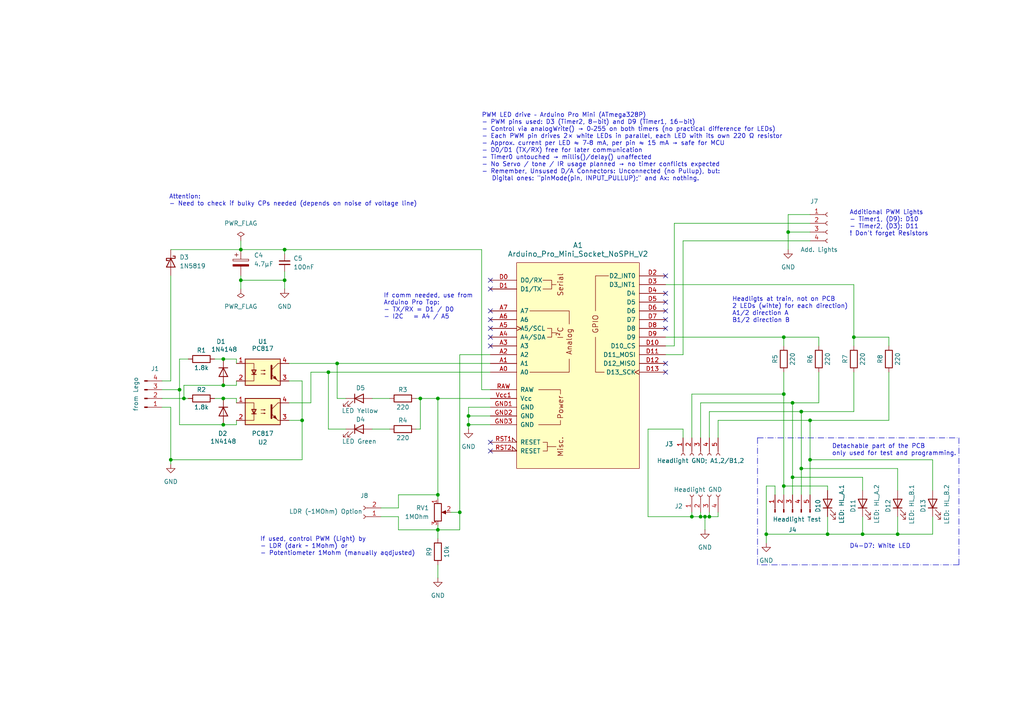
<source format=kicad_sch>
(kicad_sch (version 20231120) (generator "eeschema") (generator_version "8.0")
  (paper "A4")
  (title_block (title "DenshaBekutoru 電車ベクトル (Train Vector)") (date "2026-01-28") (rev "#002") (company "ToGo-Lab") (comment 1 "- https://togo-lab.io/") (comment 2 "- Email: tgohle@togo-lab.io") (comment 3 "Thomas Gohle"))
  (lib_symbols
    (symbol "Connector:Conn_01x02_Socket" (pin_names (offset 1.016) hide)
      (property "Reference" "J" (at 0 2.54 0))
      (property "Value" "Conn_01x02_Socket" (at 0 -5.08 0))
      (symbol "Conn_01x02_Socket_1_1"
        (arc (start 0 -2.032) (mid -0.5058 -2.54) (end 0 -3.048) (stroke (width 0.1524)))
        (polyline (pts (xy -1.27 -2.54) (xy -0.508 -2.54)) (stroke (width 0.1524)))
        (polyline (pts (xy -1.27 0) (xy -0.508 0)) (stroke (width 0.1524)))
        (arc (start 0 0.508) (mid -0.5058 0) (end 0 -0.508) (stroke (width 0.1524)))
        (pin passive line (at -5.08 0 0) (length 3.81) (name "Pin_1") (number "1"))
        (pin passive line (at -5.08 -2.54 0) (length 3.81) (name "Pin_2") (number "2"))
      )
    )
    (symbol "Connector:Conn_01x04_Pin" (pin_names (offset 1.016) hide)
      (property "Reference" "J" (at 0 5.08 0))
      (property "Value" "Conn_01x04_Pin" (at 0 -7.62 0))
      (symbol "Conn_01x04_Pin_1_1"
        (polyline (pts (xy 1.27 -5.08) (xy 0.8636 -5.08)) (stroke (width 0.1524)))
        (polyline (pts (xy 1.27 -2.54) (xy 0.8636 -2.54)) (stroke (width 0.1524)))
        (polyline (pts (xy 1.27 0) (xy 0.8636 0)) (stroke (width 0.1524)))
        (polyline (pts (xy 1.27 2.54) (xy 0.8636 2.54)) (stroke (width 0.1524)))
        (rectangle (start 0.8636 -4.953) (end 0 -5.207) (stroke (width 0.1524)) (fill (type outline)))
        (rectangle (start 0.8636 -2.413) (end 0 -2.667) (stroke (width 0.1524)) (fill (type outline)))
        (rectangle (start 0.8636 0.127) (end 0 -0.127) (stroke (width 0.1524)) (fill (type outline)))
        (rectangle (start 0.8636 2.667) (end 0 2.413) (stroke (width 0.1524)) (fill (type outline)))
        (pin passive line (at 5.08 2.54 180) (length 3.81) (name "Pin_1") (number "1"))
        (pin passive line (at 5.08 0 180) (length 3.81) (name "Pin_2") (number "2"))
        (pin passive line (at 5.08 -2.54 180) (length 3.81) (name "Pin_3") (number "3"))
        (pin passive line (at 5.08 -5.08 180) (length 3.81) (name "Pin_4") (number "4"))
      )
    )
    (symbol "Connector:Conn_01x04_Socket" (pin_names (offset 1.016) hide)
      (property "Reference" "J" (at 0 5.08 0))
      (property "Value" "Conn_01x04_Socket" (at 0 -7.62 0))
      (symbol "Conn_01x04_Socket_1_1"
        (arc (start 0 -4.572) (mid -0.5058 -5.08) (end 0 -5.588) (stroke (width 0.1524)))
        (arc (start 0 -2.032) (mid -0.5058 -2.54) (end 0 -3.048) (stroke (width 0.1524)))
        (polyline (pts (xy -1.27 -5.08) (xy -0.508 -5.08)) (stroke (width 0.1524)))
        (polyline (pts (xy -1.27 -2.54) (xy -0.508 -2.54)) (stroke (width 0.1524)))
        (polyline (pts (xy -1.27 0) (xy -0.508 0)) (stroke (width 0.1524)))
        (polyline (pts (xy -1.27 2.54) (xy -0.508 2.54)) (stroke (width 0.1524)))
        (arc (start 0 0.508) (mid -0.5058 0) (end 0 -0.508) (stroke (width 0.1524)))
        (arc (start 0 3.048) (mid -0.5058 2.54) (end 0 2.032) (stroke (width 0.1524)))
        (pin passive line (at -5.08 2.54 0) (length 3.81) (name "Pin_1") (number "1"))
        (pin passive line (at -5.08 0 0) (length 3.81) (name "Pin_2") (number "2"))
        (pin passive line (at -5.08 -2.54 0) (length 3.81) (name "Pin_3") (number "3"))
        (pin passive line (at -5.08 -5.08 0) (length 3.81) (name "Pin_4") (number "4"))
      )
    )
    (symbol "Connector:Conn_01x05_Pin" (pin_names (offset 1.016) hide)
      (property "Reference" "J" (at 0 7.62 0))
      (property "Value" "Conn_01x05_Pin" (at 0 -7.62 0))
      (symbol "Conn_01x05_Pin_1_1"
        (polyline (pts (xy 1.27 -5.08) (xy 0.8636 -5.08)) (stroke (width 0.1524)))
        (polyline (pts (xy 1.27 -2.54) (xy 0.8636 -2.54)) (stroke (width 0.1524)))
        (polyline (pts (xy 1.27 0) (xy 0.8636 0)) (stroke (width 0.1524)))
        (polyline (pts (xy 1.27 2.54) (xy 0.8636 2.54)) (stroke (width 0.1524)))
        (polyline (pts (xy 1.27 5.08) (xy 0.8636 5.08)) (stroke (width 0.1524)))
        (rectangle (start 0.8636 -4.953) (end 0 -5.207) (stroke (width 0.1524)) (fill (type outline)))
        (rectangle (start 0.8636 -2.413) (end 0 -2.667) (stroke (width 0.1524)) (fill (type outline)))
        (rectangle (start 0.8636 0.127) (end 0 -0.127) (stroke (width 0.1524)) (fill (type outline)))
        (rectangle (start 0.8636 2.667) (end 0 2.413) (stroke (width 0.1524)) (fill (type outline)))
        (rectangle (start 0.8636 5.207) (end 0 4.953) (stroke (width 0.1524)) (fill (type outline)))
        (pin passive line (at 5.08 5.08 180) (length 3.81) (name "Pin_1") (number "1"))
        (pin passive line (at 5.08 2.54 180) (length 3.81) (name "Pin_2") (number "2"))
        (pin passive line (at 5.08 0 180) (length 3.81) (name "Pin_3") (number "3"))
        (pin passive line (at 5.08 -2.54 180) (length 3.81) (name "Pin_4") (number "4"))
        (pin passive line (at 5.08 -5.08 180) (length 3.81) (name "Pin_5") (number "5"))
      )
    )
    (symbol "Connector:Conn_01x05_Socket" (pin_names (offset 1.016) hide)
      (property "Reference" "J" (at 0 7.62 0))
      (property "Value" "Conn_01x05_Socket" (at 0 -7.62 0))
      (symbol "Conn_01x05_Socket_1_1"
        (arc (start 0 -4.572) (mid -0.5058 -5.08) (end 0 -5.588) (stroke (width 0.1524)))
        (arc (start 0 -2.032) (mid -0.5058 -2.54) (end 0 -3.048) (stroke (width 0.1524)))
        (polyline (pts (xy -1.27 -5.08) (xy -0.508 -5.08)) (stroke (width 0.1524)))
        (polyline (pts (xy -1.27 -2.54) (xy -0.508 -2.54)) (stroke (width 0.1524)))
        (polyline (pts (xy -1.27 0) (xy -0.508 0)) (stroke (width 0.1524)))
        (polyline (pts (xy -1.27 2.54) (xy -0.508 2.54)) (stroke (width 0.1524)))
        (polyline (pts (xy -1.27 5.08) (xy -0.508 5.08)) (stroke (width 0.1524)))
        (arc (start 0 0.508) (mid -0.5058 0) (end 0 -0.508) (stroke (width 0.1524)))
        (arc (start 0 3.048) (mid -0.5058 2.54) (end 0 2.032) (stroke (width 0.1524)))
        (arc (start 0 5.588) (mid -0.5058 5.08) (end 0 4.572) (stroke (width 0.1524)))
        (pin passive line (at -5.08 5.08 0) (length 3.81) (name "Pin_1") (number "1"))
        (pin passive line (at -5.08 2.54 0) (length 3.81) (name "Pin_2") (number "2"))
        (pin passive line (at -5.08 0 0) (length 3.81) (name "Pin_3") (number "3"))
        (pin passive line (at -5.08 -2.54 0) (length 3.81) (name "Pin_4") (number "4"))
        (pin passive line (at -5.08 -5.08 0) (length 3.81) (name "Pin_5") (number "5"))
      )
    )
    (symbol "Device:C_Polarized" (pin_numbers hide) (pin_names (offset 0.254))
      (property "Reference" "C" (at 0.635 2.54 0))
      (property "Value" "C_Polarized" (at 0.635 -2.54 0))
      (symbol "C_Polarized_0_1"
        (rectangle (start -2.286 0.508) (end 2.286 1.016))
        (polyline (pts (xy -1.778 2.286) (xy -0.762 2.286)))
        (polyline (pts (xy -1.27 2.794) (xy -1.27 1.778)))
        (rectangle (start 2.286 -0.508) (end -2.286 -1.016) (fill (type outline)))
      )
      (symbol "C_Polarized_1_1"
        (pin passive line (at 0 3.81 270) (length 2.794) (name "~") (number "1"))
        (pin passive line (at 0 -3.81 90) (length 2.794) (name "~") (number "2"))
      )
    )
    (symbol "Device:C_Small" (pin_numbers hide) (pin_names (offset 0.254) hide)
      (property "Reference" "C" (at 0.254 1.778 0))
      (property "Value" "C_Small" (at 0.254 -2.032 0))
      (symbol "C_Small_0_1"
        (polyline (pts (xy -1.524 -0.508) (xy 1.524 -0.508)) (stroke (width 0.3302)))
        (polyline (pts (xy -1.524 0.508) (xy 1.524 0.508)) (stroke (width 0.3048)))
      )
      (symbol "C_Small_1_1"
        (pin passive line (at 0 2.54 270) (length 2.032) (name "~") (number "1"))
        (pin passive line (at 0 -2.54 90) (length 2.032) (name "~") (number "2"))
      )
    )
    (symbol "Device:LED" (pin_numbers hide) (pin_names (offset 1.016) hide)
      (property "Reference" "D" (at 0 2.54 0))
      (property "Value" "LED" (at 0 -2.54 0))
      (symbol "LED_0_1"
        (polyline (pts (xy -1.27 -1.27) (xy -1.27 1.27)) (stroke (width 0.254)))
        (polyline (pts (xy -1.27 0) (xy 1.27 0)))
        (polyline (pts (xy 1.27 -1.27) (xy 1.27 1.27) (xy -1.27 0) (xy 1.27 -1.27)) (stroke (width 0.254)))
        (polyline (pts (xy -3.048 -0.762) (xy -4.572 -2.286) (xy -3.81 -2.286) (xy -4.572 -2.286) (xy -4.572 -1.524)))
        (polyline (pts (xy -1.778 -0.762) (xy -3.302 -2.286) (xy -2.54 -2.286) (xy -3.302 -2.286) (xy -3.302 -1.524)))
      )
      (symbol "LED_1_1"
        (pin passive line (at -3.81 0 0) (length 2.54) (name "K") (number "1"))
        (pin passive line (at 3.81 0 180) (length 2.54) (name "A") (number "2"))
      )
    )
    (symbol "Device:R" (pin_numbers hide) (pin_names (offset 0))
      (property "Reference" "R" (at 2.032 0 90))
      (property "Value" "R" (at 0 0 90))
      (symbol "R_0_1"
        (rectangle (start -1.016 -2.54) (end 1.016 2.54) (stroke (width 0.254)))
      )
      (symbol "R_1_1"
        (pin passive line (at 0 3.81 270) (length 1.27) (name "~") (number "1"))
        (pin passive line (at 0 -3.81 90) (length 1.27) (name "~") (number "2"))
      )
    )
    (symbol "Device:R_Potentiometer" (pin_names (offset 1.016) hide)
      (property "Reference" "RV" (at -4.445 0 90))
      (property "Value" "R_Potentiometer" (at -2.54 0 90))
      (symbol "R_Potentiometer_0_1"
        (polyline (pts (xy 2.54 0) (xy 1.524 0)))
        (polyline (pts (xy 1.143 0) (xy 2.286 0.508) (xy 2.286 -0.508) (xy 1.143 0)) (fill (type outline)))
        (rectangle (start 1.016 2.54) (end -1.016 -2.54) (stroke (width 0.254)))
      )
      (symbol "R_Potentiometer_1_1"
        (pin passive line (at 0 3.81 270) (length 1.27) (name "1") (number "1"))
        (pin passive line (at 3.81 0 180) (length 1.27) (name "2") (number "2"))
        (pin passive line (at 0 -3.81 90) (length 1.27) (name "3") (number "3"))
      )
    )
    (symbol "Diode:1N4148" (pin_numbers hide) (pin_names hide)
      (property "Reference" "D" (at 0 2.54 0))
      (property "Value" "1N4148" (at 0 -2.54 0))
      (symbol "1N4148_0_1"
        (polyline (pts (xy -1.27 1.27) (xy -1.27 -1.27)) (stroke (width 0.254)))
        (polyline (pts (xy 1.27 0) (xy -1.27 0)))
        (polyline (pts (xy 1.27 1.27) (xy 1.27 -1.27) (xy -1.27 0) (xy 1.27 1.27)) (stroke (width 0.254)))
      )
      (symbol "1N4148_1_1"
        (pin passive line (at -3.81 0 0) (length 2.54) (name "K") (number "1"))
        (pin passive line (at 3.81 0 180) (length 2.54) (name "A") (number "2"))
      )
    )
    (symbol "Diode:1N5819" (pin_numbers hide) (pin_names (offset 1.016) hide)
      (property "Reference" "D" (at 0 2.54 0))
      (property "Value" "1N5819" (at 0 -2.54 0))
      (symbol "1N5819_0_1"
        (polyline (pts (xy 1.27 0) (xy -1.27 0)))
        (polyline (pts (xy 1.27 1.27) (xy 1.27 -1.27) (xy -1.27 0) (xy 1.27 1.27)) (stroke (width 0.254)))
        (polyline (pts (xy -1.905 0.635) (xy -1.905 1.27) (xy -1.27 1.27) (xy -1.27 -1.27) (xy -0.635 -1.27) (xy -0.635 -0.635)) (stroke (width 0.254)))
      )
      (symbol "1N5819_1_1"
        (pin passive line (at -3.81 0 0) (length 2.54) (name "K") (number "1"))
        (pin passive line (at 3.81 0 180) (length 2.54) (name "A") (number "2"))
      )
    )
    (symbol "Isolator:PC817" (pin_names (offset 1.016))
      (property "Reference" "U" (at -5.08 5.08 0))
      (property "Value" "PC817" (at 0 5.08 0))
      (symbol "PC817_0_1"
        (rectangle (start -5.08 3.81) (end 5.08 -3.81) (stroke (width 0.254)) (fill (type background)))
        (polyline (pts (xy -3.175 -0.635) (xy -1.905 -0.635)) (stroke (width 0.254)))
        (polyline (pts (xy 2.54 0.635) (xy 4.445 2.54)))
        (polyline (pts (xy 4.445 -2.54) (xy 2.54 -0.635)) (fill (type outline)))
        (polyline (pts (xy 4.445 -2.54) (xy 5.08 -2.54)))
        (polyline (pts (xy 4.445 2.54) (xy 5.08 2.54)))
        (polyline (pts (xy -5.08 2.54) (xy -2.54 2.54) (xy -2.54 -0.635)))
        (polyline (pts (xy -2.54 -0.635) (xy -2.54 -2.54) (xy -5.08 -2.54)))
        (polyline (pts (xy 2.54 1.905) (xy 2.54 -1.905) (xy 2.54 -1.905)) (stroke (width 0.508)))
        (polyline (pts (xy -2.54 -0.635) (xy -3.175 0.635) (xy -1.905 0.635) (xy -2.54 -0.635)) (stroke (width 0.254)))
        (polyline (pts (xy -0.508 -0.508) (xy 0.762 -0.508) (xy 0.381 -0.635) (xy 0.381 -0.381) (xy 0.762 -0.508)))
        (polyline (pts (xy -0.508 0.508) (xy 0.762 0.508) (xy 0.381 0.381) (xy 0.381 0.635) (xy 0.762 0.508)))
        (polyline (pts (xy 3.048 -1.651) (xy 3.556 -1.143) (xy 4.064 -2.159) (xy 3.048 -1.651) (xy 3.048 -1.651)) (fill (type outline)))
      )
      (symbol "PC817_1_1"
        (pin passive line (at -7.62 2.54 0) (length 2.54) (name "~") (number "1"))
        (pin passive line (at -7.62 -2.54 0) (length 2.54) (name "~") (number "2"))
        (pin passive line (at 7.62 -2.54 180) (length 2.54) (name "~") (number "3"))
        (pin passive line (at 7.62 2.54 180) (length 2.54) (name "~") (number "4"))
      )
    )
    (symbol "arduino-library:Arduino_Pro_Mini_Socket_NoSPH_V2" (pin_names (offset 1.016))
      (property "Reference" "A" (at 0 36.83 0))
      (property "Value" "Arduino_Pro_Mini_Socket_NoSPH_V2" (at 0 33.02 0))
      (symbol "Arduino_Pro_Mini_Socket_NoSPH_V2_0_0"
        (rectangle (start -17.78 30.48) (end 17.78 -29.21) (fill (type background)))
        (polyline (pts (xy -7.62 10.16) (xy -6.35 10.16)))
        (polyline (pts (xy -7.62 24.13) (xy -6.35 24.13)))
        (polyline (pts (xy -6.35 -22.86) (xy -8.89 -22.86)))
        (polyline (pts (xy -11.43 -16.51) (xy -5.08 -16.51) (xy -5.08 -15.24)))
        (polyline (pts (xy -5.08 -7.62) (xy -5.08 -6.35) (xy -11.43 -6.35)))
        (polyline (pts (xy -2.54 2.54) (xy -2.54 -1.27) (xy -13.97 -1.27)))
        (polyline (pts (xy -2.54 12.7) (xy -2.54 16.51) (xy -13.97 16.51)))
        (polyline (pts (xy -10.16 25.4) (xy -7.62 25.4) (xy -7.62 22.86) (xy -10.16 22.86)))
        (polyline (pts (xy -8.89 11.43) (xy -7.62 11.43) (xy -7.62 8.89) (xy -8.89 8.89)))
        (text "Analog" (at -2.54 7.62 900) (effects (font (size 1.524 1.524))))
        (text "I²C" (at -5.08 10.16 900) (effects (font (size 1.524 1.524))))
        (text "Misc." (at -5.08 -22.86 900) (effects (font (size 1.524 1.524))))
        (text "Power" (at -5.08 -11.43 900) (effects (font (size 1.524 1.524))))
        (text "Serial" (at -5.08 24.13 900) (effects (font (size 1.524 1.524))))
      )
      (symbol "Arduino_Pro_Mini_Socket_NoSPH_V2_0_1"
        (polyline (pts (xy 7.62 -1.27) (xy 5.08 -1.27) (xy 5.08 8.89)))
        (polyline (pts (xy 8.89 26.67) (xy 5.08 26.67) (xy 5.08 16.51)))
        (polyline (pts (xy -10.16 -24.13) (xy -8.89 -24.13) (xy -8.89 -21.59) (xy -10.16 -21.59)))
      )
      (symbol "Arduino_Pro_Mini_Socket_NoSPH_V2_1_0"
        (text "GPIO" (at 5.08 12.7 900) (effects (font (size 1.524 1.524))))
      )
      (symbol "Arduino_Pro_Mini_Socket_NoSPH_V2_1_1"
        (pin bidirectional line (at -25.4 -1.27 0) (length 7.62) (name "A0") (number "A0"))
        (pin bidirectional line (at -25.4 1.27 0) (length 7.62) (name "A1") (number "A1"))
        (pin bidirectional line (at -25.4 3.81 0) (length 7.62) (name "A2") (number "A2"))
        (pin bidirectional line (at -25.4 6.35 0) (length 7.62) (name "A3") (number "A3"))
        (pin bidirectional line (at -25.4 8.89 0) (length 7.62) (name "A4/SDA") (number "A4"))
        (pin bidirectional clock (at -25.4 11.43 0) (length 7.62) (name "A5/SCL") (number "A5"))
        (pin input line (at -25.4 13.97 0) (length 7.62) (name "A6") (number "A6"))
        (pin input line (at -25.4 16.51 0) (length 7.62) (name "A7") (number "A7"))
        (pin bidirectional line (at -25.4 25.4 0) (length 7.62) (name "D0/RX") (number "D0"))
        (pin bidirectional line (at -25.4 22.86 0) (length 7.62) (name "D1/TX") (number "D1"))
        (pin bidirectional line (at 25.4 6.35 180) (length 7.62) (name "D10_CS") (number "D10"))
        (pin bidirectional line (at 25.4 3.81 180) (length 7.62) (name "D11_MOSI") (number "D11"))
        (pin bidirectional line (at 25.4 1.27 180) (length 7.62) (name "D12_MISO") (number "D12"))
        (pin bidirectional clock (at 25.4 -1.27 180) (length 7.62) (name "D13_SCK") (number "D13"))
        (pin bidirectional line (at 25.4 26.67 180) (length 7.62) (name "D2_INT0") (number "D2"))
        (pin bidirectional line (at 25.4 24.13 180) (length 7.62) (name "D3_INT1") (number "D3"))
        (pin bidirectional line (at 25.4 21.59 180) (length 7.62) (name "D4") (number "D4"))
        (pin bidirectional line (at 25.4 19.05 180) (length 7.62) (name "D5") (number "D5"))
        (pin bidirectional line (at 25.4 16.51 180) (length 7.62) (name "D6") (number "D6"))
        (pin bidirectional line (at 25.4 13.97 180) (length 7.62) (name "D7") (number "D7"))
        (pin bidirectional line (at 25.4 11.43 180) (length 7.62) (name "D8") (number "D8"))
        (pin bidirectional line (at 25.4 8.89 180) (length 7.62) (name "D9") (number "D9"))
        (pin power_in line (at -25.4 -11.43 0) (length 7.62) (name "GND") (number "GND1"))
        (pin power_in line (at -25.4 -13.97 0) (length 7.62) (name "GND") (number "GND2"))
        (pin power_in line (at -25.4 -16.51 0) (length 7.62) (name "GND") (number "GND3"))
        (pin power_in line (at -25.4 -6.35 0) (length 7.62) (name "RAW") (number "RAW"))
        (pin open_collector input_low (at -25.4 -21.59 0) (length 7.62) (name "RESET") (number "RST1"))
        (pin open_collector input_low (at -25.4 -24.13 0) (length 7.62) (name "RESET") (number "RST2"))
        (pin power_in line (at -25.4 -8.89 0) (length 7.62) (name "Vcc") (number "Vcc1"))
      )
    )
    (symbol "power:GND" (power) (pin_numbers hide) (pin_names (offset 0) hide)
      (property "Value" "GND" (at 0 -3.81 0))
      (symbol "GND_0_1"
        (polyline (pts (xy 0 0) (xy 0 -1.27) (xy 1.27 -1.27) (xy 0 -2.54) (xy -1.27 -1.27) (xy 0 -1.27)))
      )
      (symbol "GND_1_1"
        (pin power_in line (at 0 0 270) (length 0) (name "~") (number "1"))
      )
    )
    (symbol "power:PWR_FLAG" (power) (pin_numbers hide) (pin_names (offset 0) hide)
      (property "Value" "PWR_FLAG" (at 0 3.81 0))
      (symbol "PWR_FLAG_0_0"
        (pin power_out line (at 0 0 90) (length 0) (name "~") (number "1"))
      )
      (symbol "PWR_FLAG_0_1"
        (polyline (pts (xy 0 0) (xy 0 1.27) (xy -1.016 1.905) (xy 0 2.54) (xy 1.016 1.905) (xy 0 1.27)))
      )
    )
  )
  (junction (at 127 115.57))
  (junction (at 232.41 135.89))
  (junction (at 227.33 140.97))
  (junction (at 49.53 133.35))
  (junction (at 232.41 119.38))
  (junction (at 127 153.67))
  (junction (at 135.89 120.65))
  (junction (at 52.07 113.03))
  (junction (at 227.33 97.79))
  (junction (at 87.63 121.92))
  (junction (at 205.74 149.86))
  (junction (at 229.87 116.84))
  (junction (at 200.66 149.86))
  (junction (at 135.89 123.19))
  (junction (at 240.03 154.94))
  (junction (at 64.77 123.19))
  (junction (at 133.35 148.59))
  (junction (at 127 143.51))
  (junction (at 53.34 115.57))
  (junction (at 82.55 81.28))
  (junction (at 250.19 154.94))
  (junction (at 222.25 154.94))
  (junction (at 234.95 121.92))
  (junction (at 69.85 72.39))
  (junction (at 229.87 138.43))
  (junction (at 64.77 104.14))
  (junction (at 97.79 105.41))
  (junction (at 64.77 115.57))
  (junction (at 228.6 67.31))
  (junction (at 82.55 72.39))
  (junction (at 227.33 114.3))
  (junction (at 95.25 107.95))
  (junction (at 203.2 149.86))
  (junction (at 121.92 115.57))
  (junction (at 69.85 81.28))
  (junction (at 247.65 97.79))
  (junction (at 260.35 154.94))
  (junction (at 204.47 149.86))
  (junction (at 234.95 133.35))
  (junction (at 64.77 111.76))
  (no_connect (at 193.04 95.25))
  (no_connect (at 142.24 92.71))
  (no_connect (at 193.04 90.17))
  (no_connect (at 142.24 97.79))
  (no_connect (at 193.04 92.71))
  (no_connect (at 193.04 107.95))
  (no_connect (at 142.24 100.33))
  (no_connect (at 142.24 130.81))
  (no_connect (at 193.04 85.09))
  (no_connect (at 142.24 83.82))
  (no_connect (at 193.04 105.41))
  (no_connect (at 142.24 128.27))
  (no_connect (at 142.24 90.17))
  (no_connect (at 193.04 87.63))
  (no_connect (at 142.24 81.28))
  (no_connect (at 142.24 95.25))
  (no_connect (at 193.04 80.01))
  (wire (pts (xy 187.96 124.46) (xy 198.12 124.46)))
  (wire (pts (xy 200.66 148.59) (xy 200.66 149.86)))
  (wire (pts (xy 260.35 154.94) (xy 260.35 149.86)))
  (wire (pts (xy 227.33 140.97) (xy 240.03 140.97)))
  (wire (pts (xy 135.89 118.11) (xy 135.89 120.65)))
  (wire (pts (xy 64.77 111.76) (xy 68.58 111.76)))
  (wire (pts (xy 232.41 119.38) (xy 247.65 119.38)))
  (wire (pts (xy 97.79 105.41) (xy 142.24 105.41)))
  (wire (pts (xy 135.89 123.19) (xy 142.24 123.19)))
  (wire (pts (xy 130.81 148.59) (xy 133.35 148.59)))
  (wire (pts (xy 49.53 72.39) (xy 69.85 72.39)))
  (wire (pts (xy 228.6 62.23) (xy 228.6 67.31)))
  (wire (pts (xy 52.07 123.19) (xy 64.77 123.19)))
  (wire (pts (xy 227.33 97.79) (xy 227.33 100.33)))
  (wire (pts (xy 222.25 140.97) (xy 222.25 154.94)))
  (wire (pts (xy 205.74 119.38) (xy 232.41 119.38)))
  (wire (pts (xy 234.95 67.31) (xy 228.6 67.31)))
  (wire (pts (xy 127 115.57) (xy 127 143.51)))
  (wire (pts (xy 133.35 102.87) (xy 133.35 148.59)))
  (wire (pts (xy 234.95 121.92) (xy 257.81 121.92)))
  (wire (pts (xy 115.57 149.86) (xy 115.57 153.67)))
  (polyline (pts (xy 278.13 127) (xy 278.13 163.83)) (stroke (width 0) (type dash_dot)))
  (wire (pts (xy 142.24 118.11) (xy 135.89 118.11)))
  (wire (pts (xy 257.81 97.79) (xy 247.65 97.79)))
  (wire (pts (xy 68.58 115.57) (xy 68.58 116.84)))
  (wire (pts (xy 46.99 115.57) (xy 53.34 115.57)))
  (wire (pts (xy 193.04 97.79) (xy 227.33 97.79)))
  (wire (pts (xy 234.95 133.35) (xy 234.95 143.51)))
  (wire (pts (xy 135.89 120.65) (xy 135.89 123.19)))
  (wire (pts (xy 208.28 148.59) (xy 208.28 149.86)))
  (wire (pts (xy 228.6 67.31) (xy 228.6 72.39)))
  (wire (pts (xy 234.95 133.35) (xy 270.51 133.35)))
  (wire (pts (xy 90.17 107.95) (xy 90.17 116.84)))
  (wire (pts (xy 64.77 115.57) (xy 68.58 115.57)))
  (wire (pts (xy 110.49 147.32) (xy 115.57 147.32)))
  (wire (pts (xy 83.82 105.41) (xy 97.79 105.41)))
  (wire (pts (xy 135.89 120.65) (xy 142.24 120.65)))
  (wire (pts (xy 205.74 119.38) (xy 205.74 127)))
  (wire (pts (xy 193.04 102.87) (xy 198.12 102.87)))
  (wire (pts (xy 53.34 115.57) (xy 53.34 111.76)))
  (wire (pts (xy 200.66 149.86) (xy 203.2 149.86)))
  (wire (pts (xy 203.2 148.59) (xy 203.2 149.86)))
  (wire (pts (xy 127 152.4) (xy 127 153.67)))
  (wire (pts (xy 208.28 121.92) (xy 208.28 127)))
  (wire (pts (xy 62.23 115.57) (xy 64.77 115.57)))
  (wire (pts (xy 257.81 100.33) (xy 257.81 97.79)))
  (wire (pts (xy 250.19 138.43) (xy 250.19 142.24)))
  (wire (pts (xy 234.95 121.92) (xy 234.95 133.35)))
  (wire (pts (xy 115.57 153.67) (xy 127 153.67)))
  (wire (pts (xy 139.7 113.03) (xy 139.7 72.39)))
  (wire (pts (xy 222.25 154.94) (xy 222.25 157.48)))
  (wire (pts (xy 100.33 124.46) (xy 95.25 124.46)))
  (wire (pts (xy 69.85 69.85) (xy 69.85 72.39)))
  (wire (pts (xy 87.63 121.92) (xy 87.63 110.49)))
  (wire (pts (xy 49.53 80.01) (xy 49.53 110.49)))
  (wire (pts (xy 52.07 113.03) (xy 52.07 104.14)))
  (wire (pts (xy 127 163.83) (xy 127 167.64)))
  (wire (pts (xy 120.65 115.57) (xy 121.92 115.57)))
  (wire (pts (xy 83.82 110.49) (xy 87.63 110.49)))
  (wire (pts (xy 227.33 114.3) (xy 227.33 140.97)))
  (wire (pts (xy 68.58 121.92) (xy 68.58 123.19)))
  (wire (pts (xy 64.77 123.19) (xy 68.58 123.19)))
  (wire (pts (xy 95.25 107.95) (xy 95.25 124.46)))
  (wire (pts (xy 53.34 111.76) (xy 64.77 111.76)))
  (wire (pts (xy 229.87 138.43) (xy 229.87 116.84)))
  (wire (pts (xy 234.95 62.23) (xy 228.6 62.23)))
  (wire (pts (xy 69.85 80.01) (xy 69.85 81.28)))
  (wire (pts (xy 270.51 133.35) (xy 270.51 142.24)))
  (wire (pts (xy 87.63 121.92) (xy 87.63 133.35)))
  (wire (pts (xy 198.12 69.85) (xy 234.95 69.85)))
  (wire (pts (xy 52.07 113.03) (xy 52.07 123.19)))
  (wire (pts (xy 121.92 115.57) (xy 127 115.57)))
  (wire (pts (xy 110.49 149.86) (xy 115.57 149.86)))
  (wire (pts (xy 193.04 82.55) (xy 247.65 82.55)))
  (wire (pts (xy 250.19 149.86) (xy 250.19 154.94)))
  (wire (pts (xy 187.96 149.86) (xy 187.96 124.46)))
  (wire (pts (xy 193.04 100.33) (xy 195.58 100.33)))
  (wire (pts (xy 46.99 113.03) (xy 52.07 113.03)))
  (wire (pts (xy 100.33 115.57) (xy 97.79 115.57)))
  (wire (pts (xy 200.66 114.3) (xy 227.33 114.3)))
  (wire (pts (xy 107.95 124.46) (xy 113.03 124.46)))
  (wire (pts (xy 257.81 107.95) (xy 257.81 121.92)))
  (wire (pts (xy 127 153.67) (xy 127 156.21)))
  (wire (pts (xy 240.03 149.86) (xy 240.03 154.94)))
  (wire (pts (xy 62.23 104.14) (xy 64.77 104.14)))
  (wire (pts (xy 260.35 135.89) (xy 260.35 142.24)))
  (wire (pts (xy 232.41 135.89) (xy 260.35 135.89)))
  (wire (pts (xy 127 115.57) (xy 142.24 115.57)))
  (wire (pts (xy 49.53 133.35) (xy 49.53 134.62)))
  (wire (pts (xy 49.53 118.11) (xy 49.53 133.35)))
  (wire (pts (xy 97.79 105.41) (xy 97.79 115.57)))
  (wire (pts (xy 46.99 110.49) (xy 49.53 110.49)))
  (polyline (pts (xy 278.13 163.83) (xy 219.71 163.83)) (stroke (width 0) (type dash_dot)))
  (wire (pts (xy 208.28 121.92) (xy 234.95 121.92)))
  (wire (pts (xy 229.87 138.43) (xy 250.19 138.43)))
  (wire (pts (xy 68.58 104.14) (xy 68.58 105.41)))
  (wire (pts (xy 205.74 148.59) (xy 205.74 149.86)))
  (wire (pts (xy 115.57 147.32) (xy 115.57 143.51)))
  (wire (pts (xy 49.53 133.35) (xy 87.63 133.35)))
  (wire (pts (xy 142.24 102.87) (xy 133.35 102.87)))
  (wire (pts (xy 135.89 123.19) (xy 135.89 124.46)))
  (wire (pts (xy 240.03 140.97) (xy 240.03 142.24)))
  (wire (pts (xy 64.77 104.14) (xy 68.58 104.14)))
  (wire (pts (xy 46.99 118.11) (xy 49.53 118.11)))
  (wire (pts (xy 247.65 82.55) (xy 247.65 97.79)))
  (wire (pts (xy 120.65 124.46) (xy 121.92 124.46)))
  (wire (pts (xy 83.82 121.92) (xy 87.63 121.92)))
  (wire (pts (xy 53.34 115.57) (xy 54.61 115.57)))
  (wire (pts (xy 69.85 72.39) (xy 82.55 72.39)))
  (wire (pts (xy 203.2 149.86) (xy 204.47 149.86)))
  (wire (pts (xy 204.47 149.86) (xy 204.47 153.67)))
  (wire (pts (xy 260.35 154.94) (xy 270.51 154.94)))
  (wire (pts (xy 224.79 140.97) (xy 222.25 140.97)))
  (wire (pts (xy 195.58 100.33) (xy 195.58 64.77)))
  (wire (pts (xy 121.92 115.57) (xy 121.92 124.46)))
  (wire (pts (xy 142.24 113.03) (xy 139.7 113.03)))
  (wire (pts (xy 224.79 143.51) (xy 224.79 140.97)))
  (polyline (pts (xy 219.71 127) (xy 278.13 127)) (stroke (width 0) (type dash_dot)))
  (wire (pts (xy 95.25 107.95) (xy 142.24 107.95)))
  (wire (pts (xy 133.35 153.67) (xy 133.35 148.59)))
  (wire (pts (xy 237.49 97.79) (xy 227.33 97.79)))
  (wire (pts (xy 52.07 104.14) (xy 54.61 104.14)))
  (wire (pts (xy 247.65 97.79) (xy 247.65 100.33)))
  (wire (pts (xy 195.58 64.77) (xy 234.95 64.77)))
  (wire (pts (xy 115.57 143.51) (xy 127 143.51)))
  (wire (pts (xy 227.33 140.97) (xy 227.33 143.51)))
  (wire (pts (xy 127 153.67) (xy 133.35 153.67)))
  (wire (pts (xy 200.66 149.86) (xy 187.96 149.86)))
  (wire (pts (xy 232.41 143.51) (xy 232.41 135.89)))
  (wire (pts (xy 227.33 107.95) (xy 227.33 114.3)))
  (wire (pts (xy 270.51 154.94) (xy 270.51 149.86)))
  (wire (pts (xy 200.66 114.3) (xy 200.66 127)))
  (wire (pts (xy 198.12 124.46) (xy 198.12 127)))
  (wire (pts (xy 82.55 81.28) (xy 69.85 81.28)))
  (wire (pts (xy 107.95 115.57) (xy 113.03 115.57)))
  (wire (pts (xy 198.12 102.87) (xy 198.12 69.85)))
  (wire (pts (xy 250.19 154.94) (xy 260.35 154.94)))
  (wire (pts (xy 237.49 100.33) (xy 237.49 97.79)))
  (wire (pts (xy 139.7 72.39) (xy 82.55 72.39)))
  (wire (pts (xy 82.55 78.74) (xy 82.55 81.28)))
  (polyline (pts (xy 219.71 127) (xy 219.71 163.83)) (stroke (width 0) (type dash_dot)))
  (wire (pts (xy 229.87 143.51) (xy 229.87 138.43)))
  (wire (pts (xy 232.41 135.89) (xy 232.41 119.38)))
  (wire (pts (xy 90.17 107.95) (xy 95.25 107.95)))
  (wire (pts (xy 222.25 154.94) (xy 240.03 154.94)))
  (wire (pts (xy 229.87 116.84) (xy 237.49 116.84)))
  (wire (pts (xy 127 143.51) (xy 127 144.78)))
  (wire (pts (xy 237.49 107.95) (xy 237.49 116.84)))
  (wire (pts (xy 82.55 72.39) (xy 82.55 73.66)))
  (wire (pts (xy 205.74 149.86) (xy 208.28 149.86)))
  (wire (pts (xy 68.58 110.49) (xy 68.58 111.76)))
  (wire (pts (xy 203.2 116.84) (xy 229.87 116.84)))
  (wire (pts (xy 83.82 116.84) (xy 90.17 116.84)))
  (wire (pts (xy 69.85 81.28) (xy 69.85 83.82)))
  (wire (pts (xy 82.55 81.28) (xy 82.55 83.82)))
  (wire (pts (xy 204.47 149.86) (xy 205.74 149.86)))
  (wire (pts (xy 203.2 116.84) (xy 203.2 127)))
  (wire (pts (xy 240.03 154.94) (xy 250.19 154.94)))
  (wire (pts (xy 247.65 107.95) (xy 247.65 119.38)))
  (text "Detachable part of the PCB\nonly used for test and programming." (at 241.3 130.556 0) (effects (font (size 1.27 1.27)) (justify left)))
  (text "If used, control PWM (Light) by \n- LDR (dark ~ 1Mohm) or\n- Potentiometer 1Mohm (manually aqdjusted)" (at 75.438 158.496 0) (effects (font (size 1.27 1.27)) (justify left)))
  (text "PWM LED drive – Arduino Pro Mini (ATmega328P)\n- PWM pins used: D3 (Timer2, 8-bit) and D9 (Timer1, 16-bit)\n- Control via analogWrite() → 0–255 on both timers (no practical difference for LEDs)\n- Each PWM pin drives 2× white LEDs in parallel, each LED with its own 220 Ω resistor\n- Approx. current per LED ≈ 7–8 mA, per pin ≈ 15 mA → safe for MCU\n- D0/D1 (TX/RX) free for later communication\n- Timer0 untouched → millis()/delay() unaffected\n- No Servo / tone / IR usage planned → no timer conflicts expected\n- Remember, Unsused D/A Connectors: Unconnected (no Pullup), but:\n   Digital ones: \"pinMode(pin, INPUT_PULLUP);\" and Ax: nothing." (at 139.7 42.672 0) (effects (font (size 1.27 1.27)) (justify left)))
  (text "Headligts at train, not on PCB\n2 LEDs (wihte) for each direction)\nA1/2 direction A\nB1/2 direction B" (at 212.344 89.916 0) (effects (font (size 1.27 1.27)) (justify left)))
  (text "D4-D7: White LED" (at 255.27 158.496 0) (effects (font (size 1.27 1.27))))
  (text "Attention:\n- Need to check if bulky CPs needed (depends on noise of voltage line)" (at 49.022 58.166 0) (effects (font (size 1.27 1.27)) (justify left)))
  (text "If comm needed, use from \nArduino Pro Top:\n- TX/RX = D1 / D0\n- I2C   = A4 / A5 " (at 111.252 88.9 0) (effects (font (size 1.27 1.27)) (justify left)))
  (text "Additional PWM Lights\n- Timer1, (D9): D10\n- Timer2, (D3): D11\n! Don't forget Resistors" (at 246.38 64.77 0) (effects (font (size 1.27 1.27)) (justify left)))
  (symbol (lib_id "Device:R") (at 116.84 124.46 90) (unit 1)
    (property "Reference" "R4" (at 116.84 121.92 90))
    (property "Value" "220" (at 116.84 127 90))
    (property "Footprint" "Resistor_THT:R_Axial_DIN0204_L3.6mm_D1.6mm_P5.08mm_Horizontal" (effects (hide yes)))
    (property "Description" "Resistor" (effects (hide yes)))
  )
  (symbol (lib_id "Device:LED") (at 250.19 146.05 90) (unit 1)
    (property "Reference" "D11" (at 247.396 144.78 0) (effects (justify right)))
    (property "Value" "LED: HL_A.2" (at 254.254 140.462 0) (effects (justify right)))
    (property "Footprint" "LED_THT:LED_D5.0mm_Clear" (effects (hide yes)))
    (property "Description" "Light emitting diode" (effects (hide yes)))
  )
  (symbol (lib_id "power:PWR_FLAG") (at 69.85 69.85 0) (unit 1)
    (property "Reference" "#FLG2" (effects (hide yes)))
    (property "Value" "PWR_FLAG" (at 69.85 64.77 0))
    (property "Description" "Special symbol for telling ERC where power comes from" (effects (hide yes)))
  )
  (symbol (lib_id "Device:R") (at 247.65 104.14 180) (unit 1)
    (property "Reference" "R7" (at 245.11 104.14 90))
    (property "Value" "220" (at 250.19 104.14 90))
    (property "Footprint" "Resistor_THT:R_Axial_DIN0204_L3.6mm_D1.6mm_P1.90mm_Vertical" (effects (hide yes)))
    (property "Description" "Resistor" (effects (hide yes)))
  )
  (symbol (lib_id "Device:LED") (at 240.03 146.05 90) (unit 1)
    (property "Reference" "D10" (at 237.236 144.78 0) (effects (justify right)))
    (property "Value" "LED: HL_A.1" (at 244.094 140.462 0) (effects (justify right)))
    (property "Footprint" "LED_THT:LED_D5.0mm_Clear" (effects (hide yes)))
    (property "Description" "Light emitting diode" (effects (hide yes)))
  )
  (symbol (lib_id "Diode:1N5819") (at 49.53 76.2 270) (unit 1)
    (property "Reference" "D3" (at 52.07 74.6124 90) (effects (justify left)))
    (property "Value" "1N5819" (at 52.07 77.1524 90) (effects (justify left)))
    (property "Footprint" "Diode_THT:D_DO-41_SOD81_P10.16mm_Horizontal" (effects (hide yes)))
    (property "Datasheet" "http://www.vishay.com/docs/88525/1n5817.pdf" (effects (hide yes)))
    (property "Description" "40V 1A Schottky Barrier Rectifier Diode, DO-41" (effects (hide yes)))
  )
  (symbol (lib_id "Connector:Conn_01x04_Socket") (at 240.03 64.77 0) (unit 1)
    (property "Reference" "J7" (at 234.95 58.42 0) (effects (justify left)))
    (property "Value" "Add. Lights" (at 232.156 72.39 0) (effects (justify left)))
    (property "Footprint" "Connector_PinSocket_2.54mm:PinSocket_1x04_P2.54mm_Vertical" (effects (hide yes)))
    (property "Description" "Generic connector, single row, 01x04, script generated" (effects (hide yes)))
  )
  (symbol (lib_id "power:GND") (at 228.6 72.39 0) (unit 1)
    (property "Reference" "#PWR3" (effects (hide yes)))
    (property "Value" "GND" (at 228.6 77.47 0))
    (property "Description" "Power symbol creates a global label with name \"GND\" , ground" (effects (hide yes)))
  )
  (symbol (lib_id "arduino-library:Arduino_Pro_Mini_Socket_NoSPH_V2") (at 167.64 106.68 0) (unit 1)
    (property "Reference" "A1" (at 167.64 71.12 0) (effects (font (size 1.524 1.524))))
    (property "Value" "Arduino_Pro_Mini_Socket_NoSPH_V2" (at 167.64 73.66 0) (effects (font (size 1.524 1.524))))
    (property "Footprint" "arduino-library:Arduino_Pro_Mini_Socket_NoSPH_V2" (effects (hide yes)))
    (property "Datasheet" "https://docs.arduino.cc/retired/boards/arduino-pro-mini" (effects (hide yes)))
    (property "Description" "Socket for Arduino Pro Mini (without Programming Header Pins)" (effects (hide yes)))
  )
  (symbol (lib_id "Diode:1N4148") (at 64.77 119.38 270) (unit 1)
    (property "Reference" "D2" (at 63.246 125.73 90) (effects (justify left)))
    (property "Value" "1N4148" (at 60.96 128.016 90) (effects (justify left)))
    (property "Footprint" "Diode_THT:D_DO-35_SOD27_P7.62mm_Horizontal" (effects (hide yes)))
    (property "Datasheet" "https://assets.nexperia.com/documents/data-sheet/1N4148_1N4448.pdf" (effects (hide yes)))
    (property "Description" "100V 0.15A standard switching diode, DO-35" (effects (hide yes)))
    (property "Sim.Device" "D" (effects (hide yes)))
    (property "Sim.Pins" "1=K 2=A" (effects (hide yes)))
  )
  (symbol (lib_id "Connector:Conn_01x04_Pin") (at 41.91 115.57 0) (mirror x) (unit 1)
    (property "Reference" "J1" (at 44.958 106.934 0))
    (property "Value" "from Lego" (at 39.37 114.3 90))
    (property "Footprint" "Connector_PinHeader_2.54mm:PinHeader_1x04_P2.54mm_Horizontal" (effects (hide yes)))
    (property "Description" "Generic connector, single row, 01x04, script generated" (effects (hide yes)))
  )
  (symbol (lib_id "Connector:Conn_01x05_Pin") (at 229.87 148.59 90) (unit 1)
    (property "Reference" "J4" (at 229.87 153.67 90))
    (property "Value" "Headlight Test" (at 231.14 150.622 90))
    (property "Footprint" "Connector_PinHeader_2.54mm:PinHeader_1x05_P2.54mm_Horizontal" (effects (hide yes)))
    (property "Description" "Generic connector, single row, 01x05, script generated" (effects (hide yes)))
  )
  (symbol (lib_id "Device:R") (at 58.42 115.57 90) (unit 1)
    (property "Reference" "R2" (at 58.42 113.03 90))
    (property "Value" "1.8k" (at 58.42 118.11 90))
    (property "Footprint" "Resistor_THT:R_Axial_DIN0204_L3.6mm_D1.6mm_P5.08mm_Horizontal" (effects (hide yes)))
    (property "Description" "Resistor" (effects (hide yes)))
  )
  (symbol (lib_id "power:GND") (at 82.55 83.82 0) (unit 1)
    (property "Reference" "#PWR5" (effects (hide yes)))
    (property "Value" "GND" (at 82.55 88.9 0))
    (property "Description" "Power symbol creates a global label with name \"GND\" , ground" (effects (hide yes)))
  )
  (symbol (lib_id "Device:R") (at 58.42 104.14 90) (unit 1)
    (property "Reference" "R1" (at 58.42 101.6 90))
    (property "Value" "1.8k" (at 58.42 106.68 90))
    (property "Footprint" "Resistor_THT:R_Axial_DIN0204_L3.6mm_D1.6mm_P5.08mm_Horizontal" (effects (hide yes)))
    (property "Description" "Resistor" (effects (hide yes)))
  )
  (symbol (lib_id "Device:R") (at 127 160.02 180) (unit 1)
    (property "Reference" "R9" (at 124.46 160.02 90))
    (property "Value" "10k" (at 129.54 160.02 90))
    (property "Footprint" "Resistor_THT:R_Axial_DIN0204_L3.6mm_D1.6mm_P1.90mm_Vertical" (effects (hide yes)))
    (property "Description" "Resistor" (effects (hide yes)))
  )
  (symbol (lib_id "Device:R") (at 237.49 104.14 180) (unit 1)
    (property "Reference" "R6" (at 234.95 104.14 90))
    (property "Value" "220" (at 240.03 104.14 90))
    (property "Footprint" "Resistor_THT:R_Axial_DIN0204_L3.6mm_D1.6mm_P1.90mm_Vertical" (effects (hide yes)))
    (property "Description" "Resistor" (effects (hide yes)))
  )
  (symbol (lib_id "Isolator:PC817") (at 76.2 107.95 0) (unit 1)
    (property "Reference" "U1" (at 76.2 99.06 0))
    (property "Value" "PC817" (at 76.2 101.092 0))
    (property "Footprint" "Package_DIP:DIP-4_W7.62mm" (effects (hide yes)))
    (property "Datasheet" "http://www.soselectronic.cz/a_info/resource/d/pc817.pdf" (effects (hide yes)))
    (property "Description" "DC Optocoupler, Vce 35V, CTR 50-300%, DIP-4" (effects (hide yes)))
  )
  (symbol (lib_id "Device:R_Potentiometer") (at 127 148.59 0) (unit 1)
    (property "Reference" "RV1" (at 124.46 147.3199 0) (effects (justify right)))
    (property "Value" "1MOhm" (at 124.46 149.8599 0) (effects (justify right)))
    (property "Footprint" "Potentiometer_THT:Potentiometer_Piher_PT-10-V10_Vertical" (effects (hide yes)))
    (property "Description" "Potentiometer" (effects (hide yes)))
  )
  (symbol (lib_id "Isolator:PC817") (at 76.2 119.38 0) (unit 1)
    (property "Reference" "U2" (at 76.2 128.27 0))
    (property "Value" "PC817" (at 76.2 125.73 0))
    (property "Footprint" "Package_DIP:DIP-4_W7.62mm" (effects (hide yes)))
    (property "Datasheet" "http://www.soselectronic.cz/a_info/resource/d/pc817.pdf" (effects (hide yes)))
    (property "Description" "DC Optocoupler, Vce 35V, CTR 50-300%, DIP-4" (effects (hide yes)))
  )
  (symbol (lib_id "power:GND") (at 49.53 134.62 0) (unit 1)
    (property "Reference" "#PWR7" (effects (hide yes)))
    (property "Value" "GND" (at 49.53 139.7 0))
    (property "Description" "Power symbol creates a global label with name \"GND\" , ground" (effects (hide yes)))
  )
  (symbol (lib_id "Device:C_Small") (at 82.55 76.2 0) (unit 1)
    (property "Reference" "C5" (at 85.09 74.9362 0) (effects (justify left)))
    (property "Value" "100nF" (at 85.09 77.4762 0) (effects (justify left)))
    (property "Footprint" "Capacitor_THT:C_Disc_D3.0mm_W1.6mm_P2.50mm" (effects (hide yes)))
    (property "Description" "Unpolarized capacitor, small symbol" (effects (hide yes)))
  )
  (symbol (lib_id "Device:LED") (at 260.35 146.05 90) (unit 1)
    (property "Reference" "D12" (at 257.556 144.78 0) (effects (justify right)))
    (property "Value" "LED: HL_B.1" (at 264.414 140.462 0) (effects (justify right)))
    (property "Footprint" "LED_THT:LED_D5.0mm_Clear" (effects (hide yes)))
    (property "Description" "Light emitting diode" (effects (hide yes)))
  )
  (symbol (lib_id "power:GND") (at 204.47 153.67 0) (unit 1)
    (property "Reference" "#PWR1" (effects (hide yes)))
    (property "Value" "GND" (at 204.47 158.75 0))
    (property "Description" "Power symbol creates a global label with name \"GND\" , ground" (effects (hide yes)))
  )
  (symbol (lib_id "Connector:Conn_01x04_Socket") (at 203.2 143.51 90) (unit 1)
    (property "Reference" "J2" (at 196.85 146.812 90))
    (property "Value" "Headlight GND" (at 202.438 141.986 90))
    (property "Footprint" "Connector_PinSocket_2.54mm:PinSocket_1x04_P2.54mm_Vertical" (effects (hide yes)))
    (property "Description" "Generic connector, single row, 01x04, script generated" (effects (hide yes)))
  )
  (symbol (lib_id "power:GND") (at 127 167.64 0) (unit 1)
    (property "Reference" "#PWR6" (effects (hide yes)))
    (property "Value" "GND" (at 127 172.72 0))
    (property "Description" "Power symbol creates a global label with name \"GND\" , ground" (effects (hide yes)))
  )
  (symbol (lib_id "power:PWR_FLAG") (at 69.85 83.82 180) (unit 1)
    (property "Reference" "#FLG1" (effects (hide yes)))
    (property "Value" "PWR_FLAG" (at 69.85 88.9 0))
    (property "Description" "Special symbol for telling ERC where power comes from" (effects (hide yes)))
  )
  (symbol (lib_id "Device:LED") (at 104.14 124.46 0) (unit 1)
    (property "Reference" "D4" (at 105.918 121.666 0) (effects (justify right)))
    (property "Value" "LED Green" (at 109.22 128.016 0) (effects (justify right)))
    (property "Footprint" "LED_THT:LED_D1.8mm_W3.3mm_H2.4mm" (effects (hide yes)))
    (property "Description" "Light emitting diode" (effects (hide yes)))
  )
  (symbol (lib_id "Device:R") (at 257.81 104.14 180) (unit 1)
    (property "Reference" "R8" (at 255.27 104.14 90))
    (property "Value" "220" (at 260.35 104.14 90))
    (property "Footprint" "Resistor_THT:R_Axial_DIN0204_L3.6mm_D1.6mm_P1.90mm_Vertical" (effects (hide yes)))
    (property "Description" "Resistor" (effects (hide yes)))
  )
  (symbol (lib_id "Device:LED") (at 104.14 115.57 0) (unit 1)
    (property "Reference" "D5" (at 105.918 112.522 0) (effects (justify right)))
    (property "Value" "LED Yellow" (at 109.728 119.126 0) (effects (justify right)))
    (property "Footprint" "LED_THT:LED_D1.8mm_W3.3mm_H2.4mm" (effects (hide yes)))
    (property "Description" "Light emitting diode" (effects (hide yes)))
  )
  (symbol (lib_id "Device:R") (at 227.33 104.14 180) (unit 1)
    (property "Reference" "R5" (at 224.79 104.14 90))
    (property "Value" "220" (at 229.87 104.14 90))
    (property "Footprint" "Resistor_THT:R_Axial_DIN0204_L3.6mm_D1.6mm_P1.90mm_Vertical" (effects (hide yes)))
    (property "Description" "Resistor" (effects (hide yes)))
  )
  (symbol (lib_id "Device:C_Polarized") (at 69.85 76.2 0) (unit 1)
    (property "Reference" "C4" (at 73.66 74.0409 0) (effects (justify left)))
    (property "Value" "4.7µF" (at 73.66 76.5809 0) (effects (justify left)))
    (property "Footprint" "Capacitor_THT:CP_Axial_L10.0mm_D6.0mm_P15.00mm_Horizontal" (effects (hide yes)))
    (property "Description" "Polarized capacitor" (effects (hide yes)))
  )
  (symbol (lib_id "power:GND") (at 222.25 157.48 0) (unit 1)
    (property "Reference" "#PWR4" (effects (hide yes)))
    (property "Value" "GND" (at 222.25 162.56 0))
    (property "Description" "Power symbol creates a global label with name \"GND\" , ground" (effects (hide yes)))
  )
  (symbol (lib_id "Device:R") (at 116.84 115.57 270) (mirror x) (unit 1)
    (property "Reference" "R3" (at 116.84 113.03 90))
    (property "Value" "220" (at 116.84 118.11 90))
    (property "Footprint" "Resistor_THT:R_Axial_DIN0204_L3.6mm_D1.6mm_P5.08mm_Horizontal" (effects (hide yes)))
    (property "Description" "Resistor" (effects (hide yes)))
  )
  (symbol (lib_id "Connector:Conn_01x05_Socket") (at 203.2 132.08 90) (mirror x) (unit 1)
    (property "Reference" "J3" (at 194.056 128.778 90))
    (property "Value" "Headlight GND; A1,2/B1,2" (at 203.2 133.604 90))
    (property "Footprint" "Connector_PinSocket_2.54mm:PinSocket_1x05_P2.54mm_Horizontal" (effects (hide yes)))
    (property "Description" "Generic connector, single row, 01x05, script generated" (effects (hide yes)))
  )
  (symbol (lib_id "Connector:Conn_01x02_Socket") (at 105.41 149.86 180) (unit 1)
    (property "Reference" "J8" (at 105.664 143.764 0))
    (property "Value" "LDR (~1MOhm) Option" (at 94.488 148.336 0))
    (property "Footprint" "Connector_PinHeader_2.54mm:PinHeader_1x02_P2.54mm_Vertical" (effects (hide yes)))
    (property "Description" "Generic connector, single row, 01x02, script generated" (effects (hide yes)))
  )
  (symbol (lib_id "power:GND") (at 135.89 124.46 0) (unit 1)
    (property "Reference" "#PWR2" (effects (hide yes)))
    (property "Value" "GND" (at 135.89 129.54 0))
    (property "Description" "Power symbol creates a global label with name \"GND\" , ground" (effects (hide yes)))
  )
  (symbol (lib_id "Diode:1N4148") (at 64.77 107.95 270) (unit 1)
    (property "Reference" "D1" (at 62.738 99.06 90) (effects (justify left)))
    (property "Value" "1N4148" (at 61.214 101.346 90) (effects (justify left)))
    (property "Footprint" "Diode_THT:D_DO-35_SOD27_P7.62mm_Horizontal" (effects (hide yes)))
    (property "Datasheet" "https://assets.nexperia.com/documents/data-sheet/1N4148_1N4448.pdf" (effects (hide yes)))
    (property "Description" "100V 0.15A standard switching diode, DO-35" (effects (hide yes)))
    (property "Sim.Device" "D" (effects (hide yes)))
    (property "Sim.Pins" "1=K 2=A" (effects (hide yes)))
  )
  (symbol (lib_id "Device:LED") (at 270.51 146.05 90) (unit 1)
    (property "Reference" "D13" (at 267.716 144.78 0) (effects (justify right)))
    (property "Value" "LED: HL_B.2" (at 274.574 140.462 0) (effects (justify right)))
    (property "Footprint" "LED_THT:LED_D5.0mm_Clear" (effects (hide yes)))
    (property "Description" "Light emitting diode" (effects (hide yes)))
  )
)
</source>
